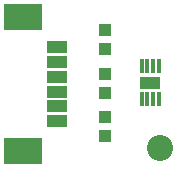
<source format=gts>
G04*
G04 #@! TF.GenerationSoftware,Altium Limited,Altium Designer,19.1.5 (86)*
G04*
G04 Layer_Color=8388736*
%FSLAX25Y25*%
%MOIN*%
G70*
G01*
G75*
%ADD19R,0.07099X0.04343*%
%ADD20R,0.01784X0.04737*%
%ADD21R,0.07099X0.03950*%
%ADD22R,0.12611X0.09068*%
%ADD23R,0.03950X0.03950*%
%ADD24C,0.08674*%
D19*
X52000Y29500D02*
D03*
D20*
X49047Y23988D02*
D03*
X51016D02*
D03*
X52984D02*
D03*
X54953D02*
D03*
X49047Y35012D02*
D03*
X51016D02*
D03*
X52984D02*
D03*
X54953D02*
D03*
D21*
X21000Y41342D02*
D03*
Y36421D02*
D03*
Y31500D02*
D03*
Y26579D02*
D03*
Y21657D02*
D03*
Y16736D02*
D03*
D22*
X9583Y6697D02*
D03*
Y51382D02*
D03*
D23*
X37000Y47000D02*
D03*
Y40701D02*
D03*
Y32500D02*
D03*
Y26201D02*
D03*
Y18000D02*
D03*
Y11701D02*
D03*
D24*
X55118Y7874D02*
D03*
M02*

</source>
